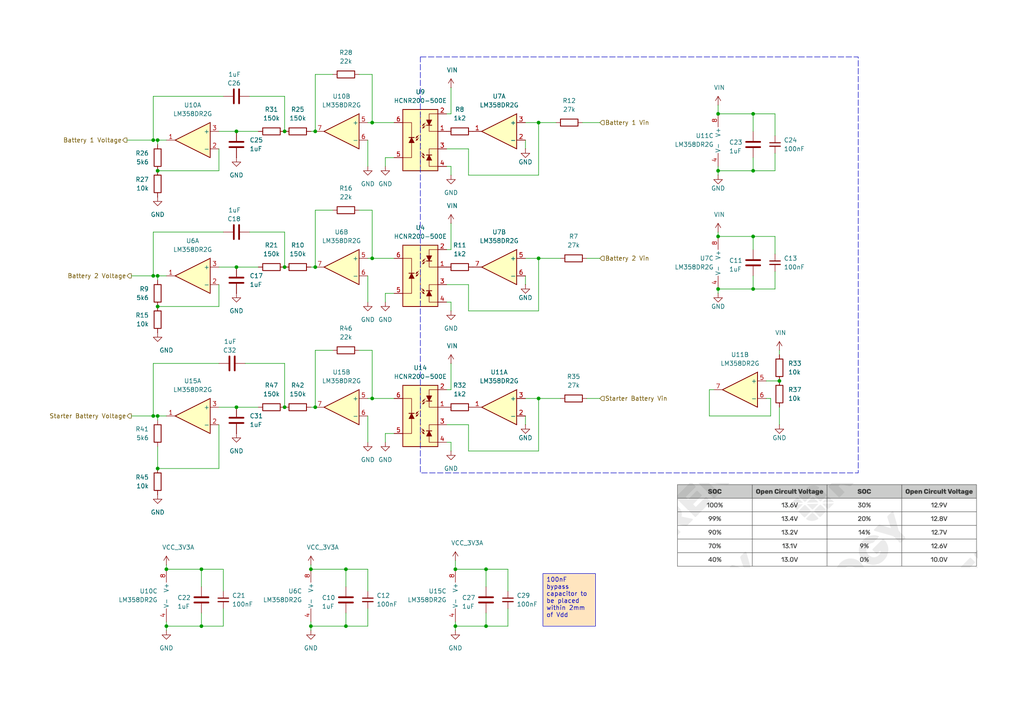
<source format=kicad_sch>
(kicad_sch (version 20250114) (generator "eeschema") (generator_version "9.0")
  (paper "A4")
  (title_block (title "Battery Voltage Management") (date "2025-09-04") (rev "1.0"))
  (lib_symbols
    (symbol "Device:C" (pin_numbers (hide yes)) (pin_names (offset 0.254))
      (property "Reference" "C" (at 0.635 2.54 0))
      (property "Value" "C" (at 0.635 -2.54 0))
      (symbol "C_0_1"
        (polyline (pts (xy -2.032 0.762) (xy 2.032 0.762)) (stroke (width 0.508)))
        (polyline (pts (xy -2.032 -0.762) (xy 2.032 -0.762)) (stroke (width 0.508)))
      )
      (symbol "C_1_1"
        (pin passive line (at 0 3.81 270) (length 2.794) (name "~") (number "1"))
        (pin passive line (at 0 -3.81 90) (length 2.794) (name "~") (number "2"))
      )
    )
    (symbol "Device:C_Small" (pin_numbers (hide yes)) (pin_names (offset 0.254) (hide yes))
      (property "Reference" "C" (at 0.254 1.778 0))
      (property "Value" "C_Small" (at 0.254 -2.032 0))
      (symbol "C_Small_0_1"
        (polyline (pts (xy -1.524 0.508) (xy 1.524 0.508)) (stroke (width 0.3048)))
        (polyline (pts (xy -1.524 -0.508) (xy 1.524 -0.508)) (stroke (width 0.3302)))
      )
      (symbol "C_Small_1_1"
        (pin passive line (at 0 2.54 270) (length 2.032) (name "~") (number "1"))
        (pin passive line (at 0 -2.54 90) (length 2.032) (name "~") (number "2"))
      )
    )
    (symbol "Device:R" (pin_numbers (hide yes)) (pin_names (offset 0))
      (property "Reference" "R" (at 2.032 0 90))
      (property "Value" "R" (at 0 0 90))
      (symbol "R_0_1"
        (rectangle (start -1.016 -2.54) (end 1.016 2.54) (stroke (width 0.254)))
      )
      (symbol "R_1_1"
        (pin passive line (at 0 3.81 270) (length 1.27) (name "~") (number "1"))
        (pin passive line (at 0 -3.81 90) (length 1.27) (name "~") (number "2"))
      )
    )
    (symbol "camper_van:HCNR200" (pin_names (offset 1.016))
      (property "Reference" "U7" (at 0 13.97 0))
      (property "Value" "HCNR200-500E" (at 0 11.43 0))
      (symbol "HCNR200_0_1"
        (rectangle (start -5.08 8.89) (end 5.08 -8.89) (stroke (width 0.254)) (fill (type background)))
        (polyline (pts (xy -5.08 7.62) (xy -2.54 7.62) (xy -2.54 2.54) (xy -5.08 2.54)))
        (polyline (pts (xy -5.08 -2.54) (xy -2.54 -2.54) (xy -2.54 -7.62) (xy -5.08 -7.62)))
        (polyline (pts (xy -3.302 5.842) (xy -1.778 5.842) (xy -2.54 4.318) (xy -3.302 5.842)) (fill (type outline)))
        (polyline (pts (xy -3.302 -4.318) (xy -1.778 -4.318)) (stroke (width 0.254)))
        (polyline (pts (xy -3.302 -5.842) (xy -2.54 -4.318) (xy -1.778 -5.842) (xy -3.302 -5.842)) (fill (type outline)))
        (polyline (pts (xy -1.778 4.318) (xy -3.302 4.318)) (stroke (width 0.254)))
        (polyline (pts (xy -1.397 4.953) (xy -0.635 4.191)))
        (polyline (pts (xy -1.397 4.191) (xy -0.635 3.429) (xy -0.889 3.937) (xy -1.143 3.683) (xy -0.635 3.429)))
        (polyline (pts (xy -1.143 -4.445) (xy -0.889 -3.937) (xy -0.635 -4.191) (xy -1.143 -4.445)))
        (polyline (pts (xy -0.635 4.191) (xy -0.889 4.699) (xy -1.143 4.445) (xy -0.635 4.191)))
        (polyline (pts (xy -0.381 -3.683) (xy -1.143 -4.445)))
        (polyline (pts (xy -0.381 -4.445) (xy -1.143 -5.207) (xy -0.889 -4.699) (xy -0.635 -4.953) (xy -1.143 -5.207)))
        (polyline (pts (xy 0 8.001) (xy 0 7.366)))
        (polyline (pts (xy 0 6.731) (xy 0 6.096)))
        (polyline (pts (xy 0 5.461) (xy 0 4.826)))
        (polyline (pts (xy 0 4.191) (xy 0 3.556)))
        (polyline (pts (xy 0 2.921) (xy 0 2.286)))
        (polyline (pts (xy 0 1.651) (xy 0 1.016)))
        (polyline (pts (xy 0 0.381) (xy 0 -0.254)))
        (polyline (pts (xy 0 -0.889) (xy 0 -1.524)))
        (polyline (pts (xy 0 -2.159) (xy 0 -2.794)))
        (polyline (pts (xy 0 -3.429) (xy 0 -4.064)))
        (polyline (pts (xy 0 -4.699) (xy 0 -5.334)))
        (polyline (pts (xy 0 -5.969) (xy 0 -6.604)))
        (polyline (pts (xy 0 -7.239) (xy 0 -7.874)))
        (polyline (pts (xy 0.508 1.397) (xy 1.27 0.635)))
        (polyline (pts (xy 0.508 0.635) (xy 1.27 -0.127) (xy 1.016 0.381) (xy 0.762 0.127) (xy 1.27 -0.127)))
        (polyline (pts (xy 1.27 0.635) (xy 1.016 1.143) (xy 0.762 0.889) (xy 1.27 0.635)))
        (polyline (pts (xy 1.778 0.762) (xy 3.302 0.762)) (stroke (width 0.254)))
        (polyline (pts (xy 3.302 -0.762) (xy 1.778 -0.762) (xy 2.54 0.762) (xy 3.302 -0.762)) (fill (type outline)))
        (polyline (pts (xy 5.08 5.08) (xy 2.54 5.08) (xy 2.54 -5.08) (xy 5.08 -5.08)))
      )
      (symbol "HCNR200_1_1"
        (pin passive line (at -7.62 7.62 0) (length 2.54) (name "~") (number "2"))
        (pin passive line (at -7.62 2.54 0) (length 2.54) (name "~") (number "1"))
        (pin passive line (at -7.62 -2.54 0) (length 2.54) (name "~") (number "3"))
        (pin passive line (at -7.62 -7.62 0) (length 2.54) (name "~") (number "4"))
        (pin no_connect line (at 5.08 2.54 180) (length 2.54) (hide yes) (name "NC") (number "7"))
        (pin no_connect line (at 5.08 0 180) (length 2.54) (hide yes) (name "NC") (number "8"))
        (pin passive line (at 7.62 5.08 180) (length 2.54) (name "~") (number "6"))
        (pin passive line (at 7.62 -5.08 180) (length 2.54) (name "~") (number "5"))
      )
    )
    (symbol "camper_van:LM358DR2G" (pin_names (offset 0.127))
      (property "Reference" "U" (at 0 5.08 0))
      (property "Value" "LM358DR2G" (at 0 -5.08 0))
      (symbol "LM358DR2G_1_1"
        (polyline (pts (xy -5.08 5.08) (xy 5.08 0) (xy -5.08 -5.08) (xy -5.08 5.08)) (stroke (width 0.254)) (fill (type background)))
        (pin input line (at -7.62 2.54 0) (length 2.54) (name "+") (number "3"))
        (pin input line (at -7.62 -2.54 0) (length 2.54) (name "-") (number "2"))
        (pin output line (at 7.62 0 180) (length 2.54) (name "~") (number "1"))
      )
      (symbol "LM358DR2G_2_1"
        (polyline (pts (xy -5.08 5.08) (xy 5.08 0) (xy -5.08 -5.08) (xy -5.08 5.08)) (stroke (width 0.254)) (fill (type background)))
        (pin input line (at -7.62 2.54 0) (length 2.54) (name "+") (number "5"))
        (pin input line (at -7.62 -2.54 0) (length 2.54) (name "-") (number "6"))
        (pin output line (at 7.62 0 180) (length 2.54) (name "~") (number "7"))
      )
      (symbol "LM358DR2G_3_1"
        (pin power_in line (at -2.54 7.62 270) (length 3.81) (name "V+") (number "8"))
        (pin power_in line (at -2.54 -7.62 90) (length 3.81) (name "V-") (number "4"))
      )
    )
    (symbol "power:+5V" (power) (pin_numbers (hide yes)) (pin_names (offset 0) (hide yes))
      (property "Value" "+5V" (at 0 3.556 0))
      (symbol "+5V_0_1"
        (polyline (pts (xy -0.762 1.27) (xy 0 2.54)))
        (polyline (pts (xy 0 2.54) (xy 0.762 1.27)))
        (polyline (pts (xy 0 0) (xy 0 2.54)))
      )
      (symbol "+5V_1_1"
        (pin power_in line (at 0 0 90) (length 0) (name "~") (number "1"))
      )
    )
    (symbol "power:GND" (power) (pin_numbers (hide yes)) (pin_names (offset 0) (hide yes))
      (property "Value" "GND" (at 0 -3.81 0))
      (symbol "GND_0_1"
        (polyline (pts (xy 0 0) (xy 0 -1.27) (xy 1.27 -1.27) (xy 0 -2.54) (xy -1.27 -1.27) (xy 0 -1.27)))
      )
      (symbol "GND_1_1"
        (pin power_in line (at 0 0 270) (length 0) (name "~") (number "1"))
      )
    )
  )
  (rectangle (start 121.92 16.51) (end 248.92 137.16) (stroke (width 0) (type dash)))
  (text_box "100nF bypass capacitor to be placed within 2mm of Vdd" (at 157.48 166.37 0) (size 15.24 15.24) (margins 0.9525 0.9525 0.9525 0.9525) (fill (type color) (color 255 229 191 1)) (effects (font (size 1.27 1.27)) (justify left top)))
  (junction (at 68.58 38.1))
  (junction (at 156.21 115.57))
  (junction (at 45.72 135.89))
  (junction (at 100.33 165.1))
  (junction (at 48.26 165.1))
  (junction (at 45.72 49.53))
  (junction (at 44.45 80.01))
  (junction (at 48.26 181.61))
  (junction (at 218.44 83.82))
  (junction (at 100.33 181.61))
  (junction (at 208.28 33.02))
  (junction (at 208.28 83.82))
  (junction (at 107.95 115.57))
  (junction (at 82.55 77.47))
  (junction (at 218.44 33.02))
  (junction (at 44.45 120.65))
  (junction (at 82.55 38.1))
  (junction (at 218.44 49.53))
  (junction (at 44.45 40.64))
  (junction (at 132.08 165.1))
  (junction (at 45.72 88.9))
  (junction (at 58.42 181.61))
  (junction (at 45.72 40.64))
  (junction (at 140.97 181.61))
  (junction (at 156.21 74.93))
  (junction (at 156.21 35.56))
  (junction (at 45.72 120.65))
  (junction (at 91.44 77.47))
  (junction (at 90.17 181.61))
  (junction (at 91.44 38.1))
  (junction (at 68.58 118.11))
  (junction (at 107.95 74.93))
  (junction (at 208.28 68.58))
  (junction (at 45.72 80.01))
  (junction (at 208.28 49.53))
  (junction (at 107.95 35.56))
  (junction (at 90.17 165.1))
  (junction (at 68.58 77.47))
  (junction (at 218.44 68.58))
  (junction (at 82.55 118.11))
  (junction (at 58.42 165.1))
  (junction (at 226.06 110.49))
  (junction (at 140.97 165.1))
  (junction (at 132.08 181.61))
  (junction (at 91.44 118.11))
  (wire (pts (xy 168.91 35.56) (xy 173.99 35.56)))
  (wire (pts (xy 45.72 40.64) (xy 45.72 41.91)))
  (wire (pts (xy 156.21 130.81) (xy 156.21 115.57)))
  (wire (pts (xy 48.26 181.61) (xy 58.42 181.61)))
  (wire (pts (xy 64.77 27.94) (xy 44.45 27.94)))
  (wire (pts (xy 58.42 165.1) (xy 58.42 170.18)))
  (wire (pts (xy 129.54 48.26) (xy 130.81 48.26)))
  (wire (pts (xy 91.44 118.11) (xy 91.44 101.6)))
  (wire (pts (xy 156.21 50.8) (xy 156.21 35.56)))
  (wire (pts (xy 107.95 35.56) (xy 114.3 35.56)))
  (wire (pts (xy 130.81 25.4) (xy 130.81 33.02)))
  (wire (pts (xy 170.18 115.57) (xy 173.99 115.57)))
  (wire (pts (xy 100.33 165.1) (xy 106.68 165.1)))
  (wire (pts (xy 156.21 90.17) (xy 156.21 74.93)))
  (wire (pts (xy 48.26 181.61) (xy 48.26 182.88)))
  (wire (pts (xy 218.44 72.39) (xy 218.44 68.58)))
  (wire (pts (xy 38.1 80.01) (xy 44.45 80.01)))
  (wire (pts (xy 38.1 120.65) (xy 44.45 120.65)))
  (wire (pts (xy 223.52 115.57) (xy 222.25 115.57)))
  (wire (pts (xy 48.26 165.1) (xy 58.42 165.1)))
  (wire (pts (xy 48.26 120.65) (xy 45.72 120.65)))
  (wire (pts (xy 45.72 80.01) (xy 44.45 80.01)))
  (wire (pts (xy 208.28 48.26) (xy 208.28 49.53)))
  (wire (pts (xy 106.68 80.01) (xy 106.68 87.63)))
  (wire (pts (xy 82.55 105.41) (xy 82.55 118.11)))
  (wire (pts (xy 106.68 181.61) (xy 100.33 181.61)))
  (wire (pts (xy 44.45 105.41) (xy 44.45 120.65)))
  (wire (pts (xy 135.89 43.18) (xy 135.89 50.8)))
  (wire (pts (xy 91.44 38.1) (xy 91.44 21.59)))
  (wire (pts (xy 208.28 49.53) (xy 208.28 50.8)))
  (wire (pts (xy 208.28 67.31) (xy 208.28 68.58)))
  (wire (pts (xy 63.5 105.41) (xy 44.45 105.41)))
  (wire (pts (xy 48.26 181.61) (xy 48.26 180.34)))
  (wire (pts (xy 129.54 113.03) (xy 130.81 113.03)))
  (wire (pts (xy 224.79 78.74) (xy 224.79 83.82)))
  (wire (pts (xy 111.76 125.73) (xy 111.76 128.27)))
  (wire (pts (xy 130.81 105.41) (xy 130.81 113.03)))
  (wire (pts (xy 224.79 44.45) (xy 224.79 49.53)))
  (wire (pts (xy 223.52 120.65) (xy 223.52 115.57)))
  (wire (pts (xy 152.4 82.55) (xy 152.4 80.01)))
  (wire (pts (xy 218.44 68.58) (xy 224.79 68.58)))
  (wire (pts (xy 90.17 38.1) (xy 91.44 38.1)))
  (wire (pts (xy 147.32 176.53) (xy 147.32 181.61)))
  (wire (pts (xy 205.74 120.65) (xy 223.52 120.65)))
  (wire (pts (xy 135.89 130.81) (xy 156.21 130.81)))
  (wire (pts (xy 111.76 45.72) (xy 111.76 48.26)))
  (wire (pts (xy 48.26 163.83) (xy 48.26 165.1)))
  (wire (pts (xy 156.21 74.93) (xy 162.56 74.93)))
  (wire (pts (xy 64.77 181.61) (xy 58.42 181.61)))
  (wire (pts (xy 130.81 87.63) (xy 130.81 90.17)))
  (wire (pts (xy 90.17 181.61) (xy 90.17 180.34)))
  (wire (pts (xy 152.4 43.18) (xy 152.4 40.64)))
  (wire (pts (xy 44.45 67.31) (xy 44.45 80.01)))
  (wire (pts (xy 205.74 113.03) (xy 205.74 120.65)))
  (wire (pts (xy 140.97 165.1) (xy 140.97 170.18)))
  (wire (pts (xy 208.28 33.02) (xy 218.44 33.02)))
  (wire (pts (xy 135.89 90.17) (xy 156.21 90.17)))
  (wire (pts (xy 58.42 165.1) (xy 64.77 165.1)))
  (wire (pts (xy 135.89 82.55) (xy 135.89 90.17)))
  (wire (pts (xy 129.54 72.39) (xy 130.81 72.39)))
  (wire (pts (xy 90.17 181.61) (xy 100.33 181.61)))
  (wire (pts (xy 90.17 163.83) (xy 90.17 165.1)))
  (wire (pts (xy 91.44 77.47) (xy 90.17 77.47)))
  (wire (pts (xy 63.5 38.1) (xy 68.58 38.1)))
  (wire (pts (xy 82.55 67.31) (xy 82.55 77.47)))
  (wire (pts (xy 68.58 118.11) (xy 74.93 118.11)))
  (wire (pts (xy 224.79 73.66) (xy 224.79 68.58)))
  (wire (pts (xy 90.17 165.1) (xy 100.33 165.1)))
  (wire (pts (xy 107.95 21.59) (xy 107.95 35.56)))
  (wire (pts (xy 129.54 33.02) (xy 130.81 33.02)))
  (wire (pts (xy 140.97 165.1) (xy 147.32 165.1)))
  (wire (pts (xy 68.58 38.1) (xy 74.93 38.1)))
  (wire (pts (xy 130.81 64.77) (xy 130.81 72.39)))
  (wire (pts (xy 104.14 60.96) (xy 107.95 60.96)))
  (wire (pts (xy 58.42 177.8) (xy 58.42 181.61)))
  (wire (pts (xy 226.06 118.11) (xy 226.06 123.19)))
  (wire (pts (xy 152.4 123.19) (xy 152.4 120.65)))
  (wire (pts (xy 111.76 85.09) (xy 111.76 87.63)))
  (wire (pts (xy 104.14 21.59) (xy 107.95 21.59)))
  (wire (pts (xy 129.54 128.27) (xy 130.81 128.27)))
  (wire (pts (xy 107.95 74.93) (xy 114.3 74.93)))
  (wire (pts (xy 208.28 30.48) (xy 208.28 33.02)))
  (wire (pts (xy 48.26 40.64) (xy 45.72 40.64)))
  (wire (pts (xy 100.33 177.8) (xy 100.33 181.61)))
  (wire (pts (xy 132.08 181.61) (xy 132.08 182.88)))
  (wire (pts (xy 170.18 74.93) (xy 173.99 74.93)))
  (wire (pts (xy 36.83 40.64) (xy 44.45 40.64)))
  (wire (pts (xy 45.72 80.01) (xy 45.72 81.28)))
  (wire (pts (xy 45.72 120.65) (xy 45.72 121.92)))
  (wire (pts (xy 100.33 165.1) (xy 100.33 170.18)))
  (wire (pts (xy 63.5 49.53) (xy 45.72 49.53)))
  (wire (pts (xy 132.08 165.1) (xy 140.97 165.1)))
  (wire (pts (xy 152.4 115.57) (xy 156.21 115.57)))
  (wire (pts (xy 129.54 82.55) (xy 135.89 82.55)))
  (wire (pts (xy 44.45 120.65) (xy 45.72 120.65)))
  (wire (pts (xy 63.5 43.18) (xy 63.5 49.53)))
  (wire (pts (xy 44.45 27.94) (xy 44.45 40.64)))
  (wire (pts (xy 114.3 115.57) (xy 107.95 115.57)))
  (wire (pts (xy 45.72 135.89) (xy 45.72 129.54)))
  (wire (pts (xy 226.06 101.6) (xy 226.06 102.87)))
  (wire (pts (xy 207.01 113.03) (xy 205.74 113.03)))
  (wire (pts (xy 135.89 123.19) (xy 135.89 130.81)))
  (wire (pts (xy 91.44 77.47) (xy 91.44 60.96)))
  (wire (pts (xy 91.44 118.11) (xy 90.17 118.11)))
  (wire (pts (xy 129.54 87.63) (xy 130.81 87.63)))
  (wire (pts (xy 156.21 74.93) (xy 152.4 74.93)))
  (wire (pts (xy 107.95 115.57) (xy 106.68 115.57)))
  (wire (pts (xy 48.26 80.01) (xy 45.72 80.01)))
  (wire (pts (xy 129.54 43.18) (xy 135.89 43.18)))
  (wire (pts (xy 156.21 35.56) (xy 152.4 35.56)))
  (wire (pts (xy 218.44 33.02) (xy 224.79 33.02)))
  (wire (pts (xy 147.32 171.45) (xy 147.32 165.1)))
  (wire (pts (xy 140.97 177.8) (xy 140.97 181.61)))
  (wire (pts (xy 72.39 27.94) (xy 82.55 27.94)))
  (wire (pts (xy 208.28 68.58) (xy 218.44 68.58)))
  (wire (pts (xy 104.14 101.6) (xy 107.95 101.6)))
  (wire (pts (xy 64.77 171.45) (xy 64.77 165.1)))
  (wire (pts (xy 107.95 74.93) (xy 106.68 74.93)))
  (wire (pts (xy 132.08 181.61) (xy 140.97 181.61)))
  (wire (pts (xy 132.08 162.56) (xy 132.08 165.1)))
  (wire (pts (xy 107.95 101.6) (xy 107.95 115.57)))
  (wire (pts (xy 63.5 135.89) (xy 45.72 135.89)))
  (wire (pts (xy 156.21 115.57) (xy 162.56 115.57)))
  (wire (pts (xy 63.5 82.55) (xy 63.5 88.9)))
  (wire (pts (xy 130.81 48.26) (xy 130.81 50.8)))
  (wire (pts (xy 91.44 21.59) (xy 96.52 21.59)))
  (wire (pts (xy 208.28 83.82) (xy 218.44 83.82)))
  (wire (pts (xy 129.54 123.19) (xy 135.89 123.19)))
  (wire (pts (xy 64.77 67.31) (xy 44.45 67.31)))
  (wire (pts (xy 82.55 27.94) (xy 82.55 38.1)))
  (wire (pts (xy 107.95 60.96) (xy 107.95 74.93)))
  (wire (pts (xy 91.44 101.6) (xy 96.52 101.6)))
  (wire (pts (xy 106.68 40.64) (xy 106.68 48.26)))
  (wire (pts (xy 68.58 77.47) (xy 74.93 77.47)))
  (wire (pts (xy 114.3 85.09) (xy 111.76 85.09)))
  (wire (pts (xy 64.77 176.53) (xy 64.77 181.61)))
  (wire (pts (xy 106.68 171.45) (xy 106.68 165.1)))
  (wire (pts (xy 107.95 35.56) (xy 106.68 35.56)))
  (wire (pts (xy 90.17 181.61) (xy 90.17 182.88)))
  (wire (pts (xy 224.79 39.37) (xy 224.79 33.02)))
  (wire (pts (xy 130.81 128.27) (xy 130.81 130.81)))
  (wire (pts (xy 224.79 49.53) (xy 218.44 49.53)))
  (wire (pts (xy 63.5 88.9) (xy 45.72 88.9)))
  (wire (pts (xy 71.12 105.41) (xy 82.55 105.41)))
  (wire (pts (xy 63.5 118.11) (xy 68.58 118.11)))
  (wire (pts (xy 218.44 33.02) (xy 218.44 38.1)))
  (wire (pts (xy 44.45 40.64) (xy 45.72 40.64)))
  (wire (pts (xy 135.89 50.8) (xy 156.21 50.8)))
  (wire (pts (xy 132.08 180.34) (xy 132.08 181.61)))
  (wire (pts (xy 63.5 77.47) (xy 68.58 77.47)))
  (wire (pts (xy 222.25 110.49) (xy 226.06 110.49)))
  (wire (pts (xy 224.79 83.82) (xy 218.44 83.82)))
  (wire (pts (xy 106.68 120.65) (xy 106.68 128.27)))
  (wire (pts (xy 156.21 35.56) (xy 161.29 35.56)))
  (wire (pts (xy 147.32 181.61) (xy 140.97 181.61)))
  (wire (pts (xy 106.68 176.53) (xy 106.68 181.61)))
  (wire (pts (xy 208.28 83.82) (xy 208.28 85.09)))
  (wire (pts (xy 218.44 83.82) (xy 218.44 80.01)))
  (wire (pts (xy 218.44 45.72) (xy 218.44 49.53)))
  (wire (pts (xy 72.39 67.31) (xy 82.55 67.31)))
  (wire (pts (xy 91.44 60.96) (xy 96.52 60.96)))
  (wire (pts (xy 114.3 125.73) (xy 111.76 125.73)))
  (wire (pts (xy 63.5 123.19) (xy 63.5 135.89)))
  (wire (pts (xy 114.3 45.72) (xy 111.76 45.72)))
  (wire (pts (xy 208.28 49.53) (xy 218.44 49.53)))
  (image (at 240.03 152.4) (scale 0.361891))
  (hierarchical_label "Starter Battery Vin" (shape input) (at 173.99 115.57 0) (effects (font (thickness 0.1588))))
  (hierarchical_label "Starter Battery Voltage" (shape output) (at 38.1 120.65 180) (effects (font (thickness 0.1588))))
  (hierarchical_label "Battery 1 Vin" (shape input) (at 173.99 35.56 0) (effects (font (thickness 0.1588))))
  (hierarchical_label "Battery 1 Voltage" (shape output) (at 36.83 40.64 180) (effects (font (thickness 0.1588))))
  (hierarchical_label "Battery 2 Voltage" (shape output) (at 38.1 80.01 180) (effects (font (thickness 0.1588))))
  (hierarchical_label "Battery 2 Vin" (shape input) (at 173.99 74.93 0) (effects (font (thickness 0.1588))))
  (symbol (lib_id "power:GND") (at 90.17 182.88 0) (mirror y) (unit 1)
    (property "Reference" "#PWR053" (effects (hide yes)))
    (property "Value" "GND" (at 90.17 187.96 0))
    (property "Description" "Power symbol creates a global label with name \"GND\" , ground" (effects (hide yes)))
  )
  (symbol (lib_id "power:GND") (at 130.81 50.8 0) (unit 1)
    (property "Reference" "#PWR061" (effects (hide yes)))
    (property "Value" "GND" (at 130.81 55.88 0))
    (property "Description" "Power symbol creates a global label with name \"GND\" , ground" (effects (hide yes)))
  )
  (symbol (lib_id "power:GND") (at 68.58 45.72 0) (mirror y) (unit 1)
    (property "Reference" "#PWR049" (effects (hide yes)))
    (property "Value" "GND" (at 68.58 50.8 0))
    (property "Description" "Power symbol creates a global label with name \"GND\" , ground" (effects (hide yes)))
  )
  (symbol (lib_id "power:+5V") (at 130.81 25.4 0) (unit 1)
    (property "Reference" "#PWR060" (effects (hide yes)))
    (property "Value" "VIN" (at 129.54 20.32 0) (effects (justify left)))
    (property "Description" "Power symbol creates a global label with name \"+5V\"" (effects (hide yes)))
  )
  (symbol (lib_id "Device:R") (at 45.72 139.7 0) (mirror y) (unit 1)
    (property "Reference" "R45" (at 43.18 138.4299 0) (effects (justify left)))
    (property "Value" "10k" (at 43.18 140.9699 0) (effects (justify left)))
    (property "Footprint" "Resistor_SMD:R_0603_1608Metric" (effects (hide yes)))
    (property "Description" "Resistor" (effects (hide yes)))
    (property "LCSC PN" "C25804" (effects (hide yes)))
    (property "Extended" "B" (effects (hide yes)))
  )
  (symbol (lib_id "power:GND") (at 106.68 87.63 0) (mirror y) (unit 1)
    (property "Reference" "#PWR055" (effects (hide yes)))
    (property "Value" "GND" (at 106.68 92.71 0))
    (property "Description" "Power symbol creates a global label with name \"GND\" , ground" (effects (hide yes)))
  )
  (symbol (lib_id "camper_van:HCNR200") (at 121.92 120.65 0) (mirror y) (unit 1)
    (property "Reference" "U14" (at 121.92 106.68 0))
    (property "Value" "HCNR200-500E" (at 121.92 109.22 0))
    (property "Footprint" "Package_SO:SOP-8_3.76x4.96mm_P1.27mm" (effects (hide yes)))
    (property "Datasheet" "https://docs.broadcom.com/doc/HCNR200-HCNR201-High-Linearity-Analog-Optocouplers-DS" (effects (hide yes)))
    (property "Description" "Isolated Linear Photocoupler, High Gain, Wideband, DIP8/SMD-DIP8" (effects (hide yes)))
    (property "LCSC PN" "C23785" (effects (hide yes)))
    (property "Extended" "E" (effects (hide yes)))
  )
  (symbol (lib_id "camper_van:LM358DR2G") (at 210.82 40.64 0) (unit 3)
    (property "Reference" "U11" (at 207.01 39.3699 0) (effects (justify right)))
    (property "Value" "LM358DR2G" (at 207.01 41.9099 0) (effects (justify right)))
    (property "Footprint" "Package_SO:OnSemi_Micro8" (effects (hide yes)))
    (property "Datasheet" "http://www.ti.com/lit/ds/symlink/lm2904-n.pdf" (effects (hide yes)))
    (property "Description" "Low-Power, Dual Operational Amplifiers, SOIC-8" (effects (hide yes)))
    (property "LCSC PN" "C7950" (effects (hide yes)))
    (property "Extended" "B" (effects (hide yes)))
  )
  (symbol (lib_id "camper_van:LM358DR2G") (at 55.88 80.01 0) (mirror y) (unit 1)
    (property "Reference" "U6" (at 55.88 69.85 0))
    (property "Value" "LM358DR2G" (at 55.88 72.39 0))
    (property "Footprint" "Package_SO:OnSemi_Micro8" (effects (hide yes)))
    (property "Datasheet" "http://www.ti.com/lit/ds/symlink/lm2904-n.pdf" (effects (hide yes)))
    (property "Description" "Low-Power, Dual Operational Amplifiers, SOIC-8" (effects (hide yes)))
    (property "LCSC PN" "C7950" (effects (hide yes)))
    (property "Extended" "B" (effects (hide yes)))
  )
  (symbol (lib_id "power:GND") (at 152.4 123.19 0) (unit 1)
    (property "Reference" "#PWR070" (effects (hide yes)))
    (property "Value" "GND" (at 152.4 127 0))
    (property "Description" "Power symbol creates a global label with name \"GND\" , ground" (effects (hide yes)))
  )
  (symbol (lib_id "Device:R") (at 86.36 38.1 270) (mirror x) (unit 1)
    (property "Reference" "R25" (at 86.36 31.75 90))
    (property "Value" "150k" (at 86.36 34.29 90))
    (property "Footprint" "Resistor_SMD:R_0603_1608Metric" (effects (hide yes)))
    (property "Description" "Resistor" (effects (hide yes)))
    (property "LCSC PN" "C22807" (effects (hide yes)))
    (property "Extended" "B" (effects (hide yes)))
  )
  (symbol (lib_id "camper_van:LM358DR2G") (at 99.06 77.47 0) (mirror y) (unit 2)
    (property "Reference" "U6" (at 99.06 67.31 0))
    (property "Value" "LM358DR2G" (at 99.06 69.85 0))
    (property "Footprint" "Package_SO:OnSemi_Micro8" (effects (hide yes)))
    (property "Datasheet" "http://www.ti.com/lit/ds/symlink/lm2904-n.pdf" (effects (hide yes)))
    (property "Description" "Low-Power, Dual Operational Amplifiers, SOIC-8" (effects (hide yes)))
    (property "LCSC PN" "C7950" (effects (hide yes)))
    (property "Extended" "B" (effects (hide yes)))
  )
  (symbol (lib_id "power:GND") (at 106.68 48.26 0) (mirror y) (unit 1)
    (property "Reference" "#PWR054" (effects (hide yes)))
    (property "Value" "GND" (at 106.68 53.34 0))
    (property "Description" "Power symbol creates a global label with name \"GND\" , ground" (effects (hide yes)))
  )
  (symbol (lib_id "power:GND") (at 48.26 182.88 0) (mirror y) (unit 1)
    (property "Reference" "#PWR045" (effects (hide yes)))
    (property "Value" "GND" (at 48.26 187.96 0))
    (property "Description" "Power symbol creates a global label with name \"GND\" , ground" (effects (hide yes)))
  )
  (symbol (lib_id "Device:R") (at 45.72 45.72 0) (mirror y) (unit 1)
    (property "Reference" "R26" (at 43.18 44.4499 0) (effects (justify left)))
    (property "Value" "5k6" (at 43.18 46.9899 0) (effects (justify left)))
    (property "Footprint" "Resistor_SMD:R_0603_1608Metric" (effects (hide yes)))
    (property "Description" "Resistor" (effects (hide yes)))
    (property "LCSC PN" "C23189" (effects (hide yes)))
    (property "Extended" "B" (effects (hide yes)))
  )
  (symbol (lib_id "Device:C") (at 68.58 41.91 0) (mirror y) (unit 1)
    (property "Reference" "C25" (at 72.39 40.6399 0) (effects (justify right)))
    (property "Value" "1uF" (at 72.39 43.1799 0) (effects (justify right)))
    (property "Footprint" "Capacitor_SMD:C_0805_2012Metric" (effects (hide yes)))
    (property "Description" "Unpolarized capacitor" (effects (hide yes)))
    (property "LCSC PN" "C28323" (effects (hide yes)))
    (property "Extended" "B" (effects (hide yes)))
  )
  (symbol (lib_id "Device:R") (at 166.37 74.93 270) (mirror x) (unit 1)
    (property "Reference" "R7" (at 166.37 68.58 90))
    (property "Value" "27k" (at 166.37 71.12 90))
    (property "Footprint" "Resistor_SMD:R_0603_1608Metric" (effects (hide yes)))
    (property "Description" "Resistor" (effects (hide yes)))
    (property "LCSC PN" "C22967" (effects (hide yes)))
    (property "Extended" "B" (effects (hide yes)))
  )
  (symbol (lib_id "camper_van:LM358DR2G") (at 99.06 118.11 0) (mirror y) (unit 2)
    (property "Reference" "U15" (at 99.06 107.95 0))
    (property "Value" "LM358DR2G" (at 99.06 110.49 0))
    (property "Footprint" "Package_SO:OnSemi_Micro8" (effects (hide yes)))
    (property "Datasheet" "http://www.ti.com/lit/ds/symlink/lm2904-n.pdf" (effects (hide yes)))
    (property "Description" "Low-Power, Dual Operational Amplifiers, SOIC-8" (effects (hide yes)))
    (property "LCSC PN" "C7950" (effects (hide yes)))
    (property "Extended" "B" (effects (hide yes)))
  )
  (symbol (lib_id "Device:R") (at 78.74 38.1 270) (mirror x) (unit 1)
    (property "Reference" "R31" (at 78.74 31.75 90))
    (property "Value" "150k" (at 78.74 34.29 90))
    (property "Footprint" "Resistor_SMD:R_0603_1608Metric" (effects (hide yes)))
    (property "Description" "Resistor" (effects (hide yes)))
    (property "LCSC PN" "C22807" (effects (hide yes)))
    (property "Extended" "B" (effects (hide yes)))
  )
  (symbol (lib_id "camper_van:LM358DR2G") (at 55.88 120.65 0) (mirror y) (unit 1)
    (property "Reference" "U15" (at 55.88 110.49 0))
    (property "Value" "LM358DR2G" (at 55.88 113.03 0))
    (property "Footprint" "Package_SO:OnSemi_Micro8" (effects (hide yes)))
    (property "Datasheet" "http://www.ti.com/lit/ds/symlink/lm2904-n.pdf" (effects (hide yes)))
    (property "Description" "Low-Power, Dual Operational Amplifiers, SOIC-8" (effects (hide yes)))
    (property "LCSC PN" "C7950" (effects (hide yes)))
    (property "Extended" "B" (effects (hide yes)))
  )
  (symbol (lib_id "power:GND") (at 130.81 90.17 0) (unit 1)
    (property "Reference" "#PWR063" (effects (hide yes)))
    (property "Value" "GND" (at 130.81 95.25 0))
    (property "Description" "Power symbol creates a global label with name \"GND\" , ground" (effects (hide yes)))
  )
  (symbol (lib_id "camper_van:LM358DR2G") (at 210.82 76.2 0) (unit 3)
    (property "Reference" "U7" (at 207.01 74.9299 0) (effects (justify right)))
    (property "Value" "LM358DR2G" (at 207.01 77.4699 0) (effects (justify right)))
    (property "Footprint" "Package_SO:OnSemi_Micro8" (effects (hide yes)))
    (property "Datasheet" "http://www.ti.com/lit/ds/symlink/lm2904-n.pdf" (effects (hide yes)))
    (property "Description" "Low-Power, Dual Operational Amplifiers, SOIC-8" (effects (hide yes)))
    (property "LCSC PN" "C7950" (effects (hide yes)))
    (property "Extended" "B" (effects (hide yes)))
  )
  (symbol (lib_id "power:+5V") (at 130.81 105.41 0) (unit 1)
    (property "Reference" "#PWR064" (effects (hide yes)))
    (property "Value" "VIN" (at 129.54 100.33 0) (effects (justify left)))
    (property "Description" "Power symbol creates a global label with name \"+5V\"" (effects (hide yes)))
  )
  (symbol (lib_id "power:+5V") (at 90.17 163.83 0) (unit 1)
    (property "Reference" "#PWR052" (effects (hide yes)))
    (property "Value" "VCC_3V3A" (at 88.9 158.75 0) (effects (justify left)))
    (property "Description" "Power symbol creates a global label with name \"+5V\"" (effects (hide yes)))
  )
  (symbol (lib_id "Device:C_Small") (at 147.32 173.99 0) (unit 1)
    (property "Reference" "C29" (at 149.86 172.7262 0) (effects (justify left)))
    (property "Value" "100nF" (at 149.86 175.2662 0) (effects (justify left)))
    (property "Footprint" "Capacitor_SMD:C_0805_2012Metric" (effects (hide yes)))
    (property "Description" "Unpolarized capacitor, small symbol" (effects (hide yes)))
    (property "LCSC PN" "C28233" (effects (hide yes)))
    (property "Extended" "B" (effects (hide yes)))
  )
  (symbol (lib_id "camper_van:HCNR200") (at 121.92 40.64 0) (mirror y) (unit 1)
    (property "Reference" "U9" (at 121.92 26.67 0))
    (property "Value" "HCNR200-500E" (at 121.92 29.21 0))
    (property "Footprint" "Package_SO:SOP-8_3.76x4.96mm_P1.27mm" (effects (hide yes)))
    (property "Datasheet" "https://docs.broadcom.com/doc/HCNR200-HCNR201-High-Linearity-Analog-Optocouplers-DS" (effects (hide yes)))
    (property "Description" "Isolated Linear Photocoupler, High Gain, Wideband, DIP8/SMD-DIP8" (effects (hide yes)))
    (property "LCSC PN" "C23785" (effects (hide yes)))
    (property "Extended" "E" (effects (hide yes)))
  )
  (symbol (lib_id "power:GND") (at 45.72 57.15 0) (mirror y) (unit 1)
    (property "Reference" "#PWR046" (effects (hide yes)))
    (property "Value" "GND" (at 45.72 62.23 0))
    (property "Description" "Power symbol creates a global label with name \"GND\" , ground" (effects (hide yes)))
  )
  (symbol (lib_id "Device:C_Small") (at 224.79 76.2 0) (unit 1)
    (property "Reference" "C13" (at 227.33 74.9362 0) (effects (justify left)))
    (property "Value" "100nF" (at 227.33 77.4762 0) (effects (justify left)))
    (property "Footprint" "Capacitor_SMD:C_0805_2012Metric" (effects (hide yes)))
    (property "Description" "Unpolarized capacitor, small symbol" (effects (hide yes)))
    (property "LCSC PN" "C28233" (effects (hide yes)))
    (property "Extended" "B" (effects (hide yes)))
  )
  (symbol (lib_id "power:GND") (at 208.28 50.8 0) (unit 1)
    (property "Reference" "#PWR077" (effects (hide yes)))
    (property "Value" "GND" (at 208.28 54.61 0))
    (property "Description" "Power symbol creates a global label with name \"GND\" , ground" (effects (hide yes)))
  )
  (symbol (lib_id "Device:C") (at 68.58 27.94 270) (unit 1)
    (property "Reference" "C26" (at 69.85 24.13 90) (effects (justify right)))
    (property "Value" "1uF" (at 69.85 21.59 90) (effects (justify right)))
    (property "Footprint" "Capacitor_SMD:C_0805_2012Metric" (effects (hide yes)))
    (property "Description" "Unpolarized capacitor" (effects (hide yes)))
    (property "LCSC PN" "C28323" (effects (hide yes)))
    (property "Extended" "B" (effects (hide yes)))
  )
  (symbol (lib_id "Device:C") (at 68.58 67.31 270) (unit 1)
    (property "Reference" "C18" (at 69.85 63.5 90) (effects (justify right)))
    (property "Value" "1uF" (at 69.85 60.96 90) (effects (justify right)))
    (property "Footprint" "Capacitor_SMD:C_0805_2012Metric" (effects (hide yes)))
    (property "Description" "Unpolarized capacitor" (effects (hide yes)))
    (property "LCSC PN" "C28323" (effects (hide yes)))
    (property "Extended" "B" (effects (hide yes)))
  )
  (symbol (lib_id "Device:C_Small") (at 64.77 173.99 0) (unit 1)
    (property "Reference" "C21" (at 67.31 172.7262 0) (effects (justify left)))
    (property "Value" "100nF" (at 67.31 175.2662 0) (effects (justify left)))
    (property "Footprint" "Capacitor_SMD:C_0805_2012Metric" (effects (hide yes)))
    (property "Description" "Unpolarized capacitor, small symbol" (effects (hide yes)))
    (property "LCSC PN" "C28233" (effects (hide yes)))
    (property "Extended" "B" (effects (hide yes)))
  )
  (symbol (lib_id "Device:R") (at 133.35 38.1 270) (mirror x) (unit 1)
    (property "Reference" "R8" (at 133.35 31.75 90))
    (property "Value" "1k2" (at 133.35 34.29 90))
    (property "Footprint" "Resistor_SMD:R_0603_1608Metric" (effects (hide yes)))
    (property "Description" "Resistor" (effects (hide yes)))
    (property "LCSC PN" "C22765" (effects (hide yes)))
    (property "Extended" "B" (effects (hide yes)))
  )
  (symbol (lib_id "power:GND") (at 111.76 48.26 0) (mirror y) (unit 1)
    (property "Reference" "#PWR057" (effects (hide yes)))
    (property "Value" "GND" (at 111.76 53.34 0))
    (property "Description" "Power symbol creates a global label with name \"GND\" , ground" (effects (hide yes)))
  )
  (symbol (lib_id "power:GND") (at 111.76 128.27 0) (mirror y) (unit 1)
    (property "Reference" "#PWR059" (effects (hide yes)))
    (property "Value" "GND" (at 111.76 133.35 0))
    (property "Description" "Power symbol creates a global label with name \"GND\" , ground" (effects (hide yes)))
  )
  (symbol (lib_id "Device:R") (at 133.35 77.47 270) (mirror x) (unit 1)
    (property "Reference" "R11" (at 133.35 71.12 90))
    (property "Value" "1k2" (at 133.35 73.66 90))
    (property "Footprint" "Resistor_SMD:R_0603_1608Metric" (effects (hide yes)))
    (property "Description" "Resistor" (effects (hide yes)))
    (property "LCSC PN" "C22765" (effects (hide yes)))
    (property "Extended" "B" (effects (hide yes)))
  )
  (symbol (lib_id "power:+5V") (at 130.81 64.77 0) (unit 1)
    (property "Reference" "#PWR062" (effects (hide yes)))
    (property "Value" "VIN" (at 129.54 59.69 0) (effects (justify left)))
    (property "Description" "Power symbol creates a global label with name \"+5V\"" (effects (hide yes)))
  )
  (symbol (lib_id "camper_van:LM358DR2G") (at 144.78 77.47 0) (mirror y) (unit 2)
    (property "Reference" "U7" (at 144.78 67.31 0))
    (property "Value" "LM358DR2G" (at 144.78 69.85 0))
    (property "Footprint" "Package_SO:OnSemi_Micro8" (effects (hide yes)))
    (property "Datasheet" "http://www.ti.com/lit/ds/symlink/lm2904-n.pdf" (effects (hide yes)))
    (property "Description" "Low-Power, Dual Operational Amplifiers, SOIC-8" (effects (hide yes)))
    (property "LCSC PN" "C7950" (effects (hide yes)))
    (property "Extended" "B" (effects (hide yes)))
  )
  (symbol (lib_id "camper_van:HCNR200") (at 121.92 80.01 0) (mirror y) (unit 1)
    (property "Reference" "U4" (at 121.92 66.04 0))
    (property "Value" "HCNR200-500E" (at 121.92 68.58 0))
    (property "Footprint" "Package_SO:SOP-8_3.76x4.96mm_P1.27mm" (effects (hide yes)))
    (property "Datasheet" "https://docs.broadcom.com/doc/HCNR200-HCNR201-High-Linearity-Analog-Optocouplers-DS" (effects (hide yes)))
    (property "Description" "Isolated Linear Photocoupler, High Gain, Wideband, DIP8/SMD-DIP8" (effects (hide yes)))
    (property "LCSC PN" "C23785" (effects (hide yes)))
    (property "Extended" "E" (effects (hide yes)))
  )
  (symbol (lib_id "power:GND") (at 130.81 130.81 0) (unit 1)
    (property "Reference" "#PWR065" (effects (hide yes)))
    (property "Value" "GND" (at 130.81 135.89 0))
    (property "Description" "Power symbol creates a global label with name \"GND\" , ground" (effects (hide yes)))
  )
  (symbol (lib_id "Device:R") (at 45.72 85.09 0) (mirror y) (unit 1)
    (property "Reference" "R9" (at 43.18 83.8199 0) (effects (justify left)))
    (property "Value" "5k6" (at 43.18 86.3599 0) (effects (justify left)))
    (property "Footprint" "Resistor_SMD:R_0603_1608Metric" (effects (hide yes)))
    (property "Description" "Resistor" (effects (hide yes)))
    (property "LCSC PN" "C23189" (effects (hide yes)))
    (property "Extended" "B" (effects (hide yes)))
  )
  (symbol (lib_id "Device:R") (at 45.72 53.34 0) (mirror y) (unit 1)
    (property "Reference" "R27" (at 43.18 52.0699 0) (effects (justify left)))
    (property "Value" "10k" (at 43.18 54.6099 0) (effects (justify left)))
    (property "Footprint" "Resistor_SMD:R_0603_1608Metric" (effects (hide yes)))
    (property "Description" "Resistor" (effects (hide yes)))
    (property "LCSC PN" "C25804" (effects (hide yes)))
    (property "Extended" "B" (effects (hide yes)))
  )
  (symbol (lib_id "Device:C") (at 67.31 105.41 270) (unit 1)
    (property "Reference" "C32" (at 68.58 101.6 90) (effects (justify right)))
    (property "Value" "1uF" (at 68.58 99.06 90) (effects (justify right)))
    (property "Footprint" "Capacitor_SMD:C_0805_2012Metric" (effects (hide yes)))
    (property "Description" "Unpolarized capacitor" (effects (hide yes)))
    (property "LCSC PN" "C28323" (effects (hide yes)))
    (property "Extended" "B" (effects (hide yes)))
  )
  (symbol (lib_id "power:GND") (at 226.06 123.19 0) (unit 1)
    (property "Reference" "#PWR075" (effects (hide yes)))
    (property "Value" "GND" (at 226.06 127 0))
    (property "Description" "Power symbol creates a global label with name \"GND\" , ground" (effects (hide yes)))
  )
  (symbol (lib_id "power:GND") (at 111.76 87.63 0) (mirror y) (unit 1)
    (property "Reference" "#PWR058" (effects (hide yes)))
    (property "Value" "GND" (at 111.76 92.71 0))
    (property "Description" "Power symbol creates a global label with name \"GND\" , ground" (effects (hide yes)))
  )
  (symbol (lib_id "power:+5V") (at 48.26 163.83 0) (unit 1)
    (property "Reference" "#PWR044" (effects (hide yes)))
    (property "Value" "VCC_3V3A" (at 46.99 158.75 0) (effects (justify left)))
    (property "Description" "Power symbol creates a global label with name \"+5V\"" (effects (hide yes)))
  )
  (symbol (lib_id "Device:C_Small") (at 106.68 173.99 0) (unit 1)
    (property "Reference" "C12" (at 109.22 172.7262 0) (effects (justify left)))
    (property "Value" "100nF" (at 109.22 175.2662 0) (effects (justify left)))
    (property "Footprint" "Capacitor_SMD:C_0805_2012Metric" (effects (hide yes)))
    (property "Description" "Unpolarized capacitor, small symbol" (effects (hide yes)))
    (property "LCSC PN" "C28233" (effects (hide yes)))
    (property "Extended" "B" (effects (hide yes)))
  )
  (symbol (lib_id "camper_van:LM358DR2G") (at 92.71 172.72 0) (unit 3)
    (property "Reference" "U6" (at 87.63 171.4499 0) (effects (justify right)))
    (property "Value" "LM358DR2G" (at 87.63 173.9899 0) (effects (justify right)))
    (property "Footprint" "Package_SO:OnSemi_Micro8" (effects (hide yes)))
    (property "Datasheet" "http://www.ti.com/lit/ds/symlink/lm2904-n.pdf" (effects (hide yes)))
    (property "Description" "Low-Power, Dual Operational Amplifiers, SOIC-8" (effects (hide yes)))
    (property "LCSC PN" "C7950" (effects (hide yes)))
    (property "Extended" "B" (effects (hide yes)))
  )
  (symbol (lib_id "Device:C") (at 218.44 76.2 0) (unit 1)
    (property "Reference" "C11" (at 211.455 75.565 0) (effects (justify left)))
    (property "Value" "1uF" (at 211.455 78.105 0) (effects (justify left)))
    (property "Footprint" "Capacitor_SMD:C_0805_2012Metric" (effects (hide yes)))
    (property "Description" "Unpolarized capacitor" (effects (hide yes)))
    (property "LCSC PN" "C28323" (effects (hide yes)))
    (property "Extended" "B" (effects (hide yes)))
  )
  (symbol (lib_id "Device:R") (at 100.33 60.96 270) (mirror x) (unit 1)
    (property "Reference" "R16" (at 100.33 54.61 90))
    (property "Value" "22k" (at 100.33 57.15 90))
    (property "Footprint" "Resistor_SMD:R_0603_1608Metric" (effects (hide yes)))
    (property "Description" "Resistor" (effects (hide yes)))
    (property "LCSC PN" "C31850" (effects (hide yes)))
    (property "Extended" "B" (effects (hide yes)))
  )
  (symbol (lib_id "camper_van:LM358DR2G") (at 144.78 38.1 0) (mirror y) (unit 1)
    (property "Reference" "U7" (at 144.78 27.94 0))
    (property "Value" "LM358DR2G" (at 144.78 30.48 0))
    (property "Footprint" "Package_SO:OnSemi_Micro8" (effects (hide yes)))
    (property "Datasheet" "http://www.ti.com/lit/ds/symlink/lm2904-n.pdf" (effects (hide yes)))
    (property "Description" "Low-Power, Dual Operational Amplifiers, SOIC-8" (effects (hide yes)))
    (property "LCSC PN" "C7950" (effects (hide yes)))
    (property "Extended" "B" (effects (hide yes)))
  )
  (symbol (lib_id "power:GND") (at 208.28 85.09 0) (unit 1)
    (property "Reference" "#PWR079" (effects (hide yes)))
    (property "Value" "GND" (at 208.28 88.9 0))
    (property "Description" "Power symbol creates a global label with name \"GND\" , ground" (effects (hide yes)))
  )
  (symbol (lib_id "power:GND") (at 132.08 182.88 0) (mirror y) (unit 1)
    (property "Reference" "#PWR067" (effects (hide yes)))
    (property "Value" "GND" (at 132.08 187.96 0))
    (property "Description" "Power symbol creates a global label with name \"GND\" , ground" (effects (hide yes)))
  )
  (symbol (lib_id "power:GND") (at 45.72 143.51 0) (mirror y) (unit 1)
    (property "Reference" "#PWR048" (effects (hide yes)))
    (property "Value" "GND" (at 45.72 148.59 0))
    (property "Description" "Power symbol creates a global label with name \"GND\" , ground" (effects (hide yes)))
  )
  (symbol (lib_id "Device:R") (at 226.06 106.68 0) (mirror y) (unit 1)
    (property "Reference" "R33" (at 228.6 105.4099 0) (effects (justify right)))
    (property "Value" "10k" (at 228.6 107.9499 0) (effects (justify right)))
    (property "Footprint" "Resistor_SMD:R_0603_1608Metric" (effects (hide yes)))
    (property "Description" "Resistor" (effects (hide yes)))
    (property "LCSC PN" "C25804" (effects (hide yes)))
    (property "Extended" "B" (effects (hide yes)))
  )
  (symbol (lib_id "Device:R") (at 86.36 118.11 270) (mirror x) (unit 1)
    (property "Reference" "R42" (at 86.36 111.76 90))
    (property "Value" "150k" (at 86.36 114.3 90))
    (property "Footprint" "Resistor_SMD:R_0603_1608Metric" (effects (hide yes)))
    (property "Description" "Resistor" (effects (hide yes)))
    (property "LCSC PN" "C22807" (effects (hide yes)))
    (property "Extended" "B" (effects (hide yes)))
  )
  (symbol (lib_id "Device:R") (at 100.33 101.6 270) (mirror x) (unit 1)
    (property "Reference" "R46" (at 100.33 95.25 90))
    (property "Value" "22k" (at 100.33 97.79 90))
    (property "Footprint" "Resistor_SMD:R_0603_1608Metric" (effects (hide yes)))
    (property "Description" "Resistor" (effects (hide yes)))
    (property "LCSC PN" "C31850" (effects (hide yes)))
    (property "Extended" "B" (effects (hide yes)))
  )
  (symbol (lib_id "power:+5V") (at 132.08 162.56 0) (unit 1)
    (property "Reference" "#PWR066" (effects (hide yes)))
    (property "Value" "VCC_3V3A" (at 130.81 157.48 0) (effects (justify left)))
    (property "Description" "Power symbol creates a global label with name \"+5V\"" (effects (hide yes)))
  )
  (symbol (lib_id "power:GND") (at 152.4 43.18 0) (unit 1)
    (property "Reference" "#PWR068" (effects (hide yes)))
    (property "Value" "GND" (at 152.4 46.99 0))
    (property "Description" "Power symbol creates a global label with name \"GND\" , ground" (effects (hide yes)))
  )
  (symbol (lib_id "Device:C") (at 58.42 173.99 0) (unit 1)
    (property "Reference" "C22" (at 51.435 173.355 0) (effects (justify left)))
    (property "Value" "1uF" (at 51.435 175.895 0) (effects (justify left)))
    (property "Footprint" "Capacitor_SMD:C_0805_2012Metric" (effects (hide yes)))
    (property "Description" "Unpolarized capacitor" (effects (hide yes)))
    (property "LCSC PN" "C28323" (effects (hide yes)))
    (property "Extended" "B" (effects (hide yes)))
  )
  (symbol (lib_id "Device:C_Small") (at 224.79 41.91 0) (unit 1)
    (property "Reference" "C24" (at 227.33 40.6462 0) (effects (justify left)))
    (property "Value" "100nF" (at 227.33 43.1862 0) (effects (justify left)))
    (property "Footprint" "Capacitor_SMD:C_0805_2012Metric" (effects (hide yes)))
    (property "Description" "Unpolarized capacitor, small symbol" (effects (hide yes)))
    (property "LCSC PN" "C28233" (effects (hide yes)))
    (property "Extended" "B" (effects (hide yes)))
  )
  (symbol (lib_id "power:+5V") (at 208.28 30.48 0) (unit 1)
    (property "Reference" "#PWR076" (effects (hide yes)))
    (property "Value" "VIN" (at 207.01 25.4 0) (effects (justify left)))
    (property "Description" "Power symbol creates a global label with name \"+5V\"" (effects (hide yes)))
  )
  (symbol (lib_id "power:GND") (at 106.68 128.27 0) (mirror y) (unit 1)
    (property "Reference" "#PWR056" (effects (hide yes)))
    (property "Value" "GND" (at 106.68 133.35 0))
    (property "Description" "Power symbol creates a global label with name \"GND\" , ground" (effects (hide yes)))
  )
  (symbol (lib_id "Device:R") (at 45.72 92.71 0) (mirror y) (unit 1)
    (property "Reference" "R15" (at 43.18 91.4399 0) (effects (justify left)))
    (property "Value" "10k" (at 43.18 93.9799 0) (effects (justify left)))
    (property "Footprint" "Resistor_SMD:R_0603_1608Metric" (effects (hide yes)))
    (property "Description" "Resistor" (effects (hide yes)))
    (property "LCSC PN" "C25804" (effects (hide yes)))
    (property "Extended" "B" (effects (hide yes)))
  )
  (symbol (lib_id "camper_van:LM358DR2G") (at 50.8 172.72 0) (unit 3)
    (property "Reference" "U10" (at 45.72 171.4499 0) (effects (justify right)))
    (property "Value" "LM358DR2G" (at 45.72 173.9899 0) (effects (justify right)))
    (property "Footprint" "Package_SO:OnSemi_Micro8" (effects (hide yes)))
    (property "Datasheet" "http://www.ti.com/lit/ds/symlink/lm2904-n.pdf" (effects (hide yes)))
    (property "Description" "Low-Power, Dual Operational Amplifiers, SOIC-8" (effects (hide yes)))
    (property "LCSC PN" "C7950" (effects (hide yes)))
    (property "Extended" "B" (effects (hide yes)))
  )
  (symbol (lib_id "Device:R") (at 133.35 118.11 270) (mirror x) (unit 1)
    (property "Reference" "R32" (at 133.35 111.76 90))
    (property "Value" "1k2" (at 133.35 114.3 90))
    (property "Footprint" "Resistor_SMD:R_0603_1608Metric" (effects (hide yes)))
    (property "Description" "Resistor" (effects (hide yes)))
    (property "LCSC PN" "C22765" (effects (hide yes)))
    (property "Extended" "B" (effects (hide yes)))
  )
  (symbol (lib_id "Device:R") (at 45.72 125.73 0) (mirror y) (unit 1)
    (property "Reference" "R41" (at 43.18 124.4599 0) (effects (justify left)))
    (property "Value" "5k6" (at 43.18 126.9999 0) (effects (justify left)))
    (property "Footprint" "Resistor_SMD:R_0603_1608Metric" (effects (hide yes)))
    (property "Description" "Resistor" (effects (hide yes)))
    (property "LCSC PN" "C23189" (effects (hide yes)))
    (property "Extended" "B" (effects (hide yes)))
  )
  (symbol (lib_id "Device:R") (at 166.37 115.57 270) (mirror x) (unit 1)
    (property "Reference" "R35" (at 166.37 109.22 90))
    (property "Value" "27k" (at 166.37 111.76 90))
    (property "Footprint" "Resistor_SMD:R_0603_1608Metric" (effects (hide yes)))
    (property "Description" "Resistor" (effects (hide yes)))
    (property "LCSC PN" "C22967" (effects (hide yes)))
    (property "Extended" "B" (effects (hide yes)))
  )
  (symbol (lib_id "camper_van:LM358DR2G") (at 214.63 113.03 0) (mirror y) (unit 2)
    (property "Reference" "U11" (at 214.63 102.87 0))
    (property "Value" "LM358DR2G" (at 214.63 105.41 0))
    (property "Footprint" "Package_SO:OnSemi_Micro8" (effects (hide yes)))
    (property "Datasheet" "http://www.ti.com/lit/ds/symlink/lm2904-n.pdf" (effects (hide yes)))
    (property "Description" "Low-Power, Dual Operational Amplifiers, SOIC-8" (effects (hide yes)))
    (property "LCSC PN" "C7950" (effects (hide yes)))
    (property "Extended" "B" (effects (hide yes)))
  )
  (symbol (lib_id "Device:R") (at 78.74 77.47 270) (mirror x) (unit 1)
    (property "Reference" "R21" (at 78.74 71.12 90))
    (property "Value" "150k" (at 78.74 73.66 90))
    (property "Footprint" "Resistor_SMD:R_0603_1608Metric" (effects (hide yes)))
    (property "Description" "Resistor" (effects (hide yes)))
    (property "LCSC PN" "C22807" (effects (hide yes)))
    (property "Extended" "B" (effects (hide yes)))
  )
  (symbol (lib_id "Device:C") (at 218.44 41.91 0) (unit 1)
    (property "Reference" "C23" (at 211.455 41.275 0) (effects (justify left)))
    (property "Value" "1uF" (at 211.455 43.815 0) (effects (justify left)))
    (property "Footprint" "Capacitor_SMD:C_0805_2012Metric" (effects (hide yes)))
    (property "Description" "Unpolarized capacitor" (effects (hide yes)))
    (property "LCSC PN" "C28323" (effects (hide yes)))
    (property "Extended" "B" (effects (hide yes)))
  )
  (symbol (lib_id "camper_van:LM358DR2G") (at 144.78 118.11 0) (mirror y) (unit 1)
    (property "Reference" "U11" (at 144.78 107.95 0))
    (property "Value" "LM358DR2G" (at 144.78 110.49 0))
    (property "Footprint" "Package_SO:OnSemi_Micro8" (effects (hide yes)))
    (property "Datasheet" "http://www.ti.com/lit/ds/symlink/lm2904-n.pdf" (effects (hide yes)))
    (property "Description" "Low-Power, Dual Operational Amplifiers, SOIC-8" (effects (hide yes)))
    (property "LCSC PN" "C7950" (effects (hide yes)))
    (property "Extended" "B" (effects (hide yes)))
  )
  (symbol (lib_id "Device:C") (at 68.58 81.28 0) (mirror y) (unit 1)
    (property "Reference" "C17" (at 72.39 80.0099 0) (effects (justify right)))
    (property "Value" "1uF" (at 72.39 82.5499 0) (effects (justify right)))
    (property "Footprint" "Capacitor_SMD:C_0805_2012Metric" (effects (hide yes)))
    (property "Description" "Unpolarized capacitor" (effects (hide yes)))
    (property "LCSC PN" "C28323" (effects (hide yes)))
    (property "Extended" "B" (effects (hide yes)))
  )
  (symbol (lib_id "camper_van:LM358DR2G") (at 99.06 38.1 0) (mirror y) (unit 2)
    (property "Reference" "U10" (at 99.06 27.94 0))
    (property "Value" "LM358DR2G" (at 99.06 30.48 0))
    (property "Footprint" "Package_SO:OnSemi_Micro8" (effects (hide yes)))
    (property "Datasheet" "http://www.ti.com/lit/ds/symlink/lm2904-n.pdf" (effects (hide yes)))
    (property "Description" "Low-Power, Dual Operational Amplifiers, SOIC-8" (effects (hide yes)))
    (property "LCSC PN" "C7950" (effects (hide yes)))
    (property "Extended" "B" (effects (hide yes)))
  )
  (symbol (lib_id "Device:C") (at 68.58 121.92 0) (mirror y) (unit 1)
    (property "Reference" "C31" (at 72.39 120.6499 0) (effects (justify right)))
    (property "Value" "1uF" (at 72.39 123.1899 0) (effects (justify right)))
    (property "Footprint" "Capacitor_SMD:C_0805_2012Metric" (effects (hide yes)))
    (property "Description" "Unpolarized capacitor" (effects (hide yes)))
    (property "LCSC PN" "C28323" (effects (hide yes)))
    (property "Extended" "B" (effects (hide yes)))
  )
  (symbol (lib_id "Device:R") (at 226.06 114.3 0) (mirror y) (unit 1)
    (property "Reference" "R37" (at 228.6 113.0299 0) (effects (justify right)))
    (property "Value" "10k" (at 228.6 115.5699 0) (effects (justify right)))
    (property "Footprint" "Resistor_SMD:R_0603_1608Metric" (effects (hide yes)))
    (property "Description" "Resistor" (effects (hide yes)))
    (property "LCSC PN" "C25804" (effects (hide yes)))
    (property "Extended" "B" (effects (hide yes)))
  )
  (symbol (lib_id "power:GND") (at 68.58 85.09 0) (mirror y) (unit 1)
    (property "Reference" "#PWR050" (effects (hide yes)))
    (property "Value" "GND" (at 68.58 90.17 0))
    (property "Description" "Power symbol creates a global label with name \"GND\" , ground" (effects (hide yes)))
  )
  (symbol (lib_id "Device:R") (at 78.74 118.11 270) (mirror x) (unit 1)
    (property "Reference" "R47" (at 78.74 111.76 90))
    (property "Value" "150k" (at 78.74 114.3 90))
    (property "Footprint" "Resistor_SMD:R_0603_1608Metric" (effects (hide yes)))
    (property "Description" "Resistor" (effects (hide yes)))
    (property "LCSC PN" "C22807" (effects (hide yes)))
    (property "Extended" "B" (effects (hide yes)))
  )
  (symbol (lib_id "power:GND") (at 68.58 125.73 0) (mirror y) (unit 1)
    (property "Reference" "#PWR051" (effects (hide yes)))
    (property "Value" "GND" (at 68.58 130.81 0))
    (property "Description" "Power symbol creates a global label with name \"GND\" , ground" (effects (hide yes)))
  )
  (symbol (lib_id "power:+5V") (at 226.06 101.6 0) (unit 1)
    (property "Reference" "#PWR074" (effects (hide yes)))
    (property "Value" "VIN" (at 224.79 96.52 0) (effects (justify left)))
    (property "Description" "Power symbol creates a global label with name \"+5V\"" (effects (hide yes)))
  )
  (symbol (lib_id "power:+5V") (at 208.28 67.31 0) (unit 1)
    (property "Reference" "#PWR078" (effects (hide yes)))
    (property "Value" "VIN" (at 207.01 62.23 0) (effects (justify left)))
    (property "Description" "Power symbol creates a global label with name \"+5V\"" (effects (hide yes)))
  )
  (symbol (lib_id "camper_van:LM358DR2G") (at 134.62 172.72 0) (unit 3)
    (property "Reference" "U15" (at 129.54 171.4499 0) (effects (justify right)))
    (property "Value" "LM358DR2G" (at 129.54 173.9899 0) (effects (justify right)))
    (property "Footprint" "Package_SO:OnSemi_Micro8" (effects (hide yes)))
    (property "Datasheet" "http://www.ti.com/lit/ds/symlink/lm2904-n.pdf" (effects (hide yes)))
    (property "Description" "Low-Power, Dual Operational Amplifiers, SOIC-8" (effects (hide yes)))
    (property "LCSC PN" "C7950" (effects (hide yes)))
    (property "Extended" "B" (effects (hide yes)))
  )
  (symbol (lib_id "Device:R") (at 100.33 21.59 270) (mirror x) (unit 1)
    (property "Reference" "R28" (at 100.33 15.24 90))
    (property "Value" "22k" (at 100.33 17.78 90))
    (property "Footprint" "Resistor_SMD:R_0603_1608Metric" (effects (hide yes)))
    (property "Description" "Resistor" (effects (hide yes)))
    (property "LCSC PN" "C31850" (effects (hide yes)))
    (property "Extended" "B" (effects (hide yes)))
  )
  (symbol (lib_id "Device:R") (at 165.1 35.56 270) (mirror x) (unit 1)
    (property "Reference" "R12" (at 165.1 29.21 90))
    (property "Value" "27k" (at 165.1 31.75 90))
    (property "Footprint" "Resistor_SMD:R_0603_1608Metric" (effects (hide yes)))
    (property "Description" "Resistor" (effects (hide yes)))
    (property "LCSC PN" "C22967" (effects (hide yes)))
    (property "Extended" "B" (effects (hide yes)))
  )
  (symbol (lib_id "power:GND") (at 45.72 96.52 0) (mirror y) (unit 1)
    (property "Reference" "#PWR047" (effects (hide yes)))
    (property "Value" "GND" (at 48.26 101.6 0))
    (property "Description" "Power symbol creates a global label with name \"GND\" , ground" (effects (hide yes)))
  )
  (symbol (lib_id "Device:C") (at 140.97 173.99 0) (unit 1)
    (property "Reference" "C27" (at 133.985 173.355 0) (effects (justify left)))
    (property "Value" "1uF" (at 133.985 175.895 0) (effects (justify left)))
    (property "Footprint" "Capacitor_SMD:C_0805_2012Metric" (effects (hide yes)))
    (property "Description" "Unpolarized capacitor" (effects (hide yes)))
    (property "LCSC PN" "C28323" (effects (hide yes)))
    (property "Extended" "B" (effects (hide yes)))
  )
  (symbol (lib_id "Device:C") (at 100.33 173.99 0) (unit 1)
    (property "Reference" "C10" (at 93.345 173.355 0) (effects (justify left)))
    (property "Value" "1uF" (at 93.345 175.895 0) (effects (justify left)))
    (property "Footprint" "Capacitor_SMD:C_0805_2012Metric" (effects (hide yes)))
    (property "Description" "Unpolarized capacitor" (effects (hide yes)))
    (property "LCSC PN" "C28323" (effects (hide yes)))
    (property "Extended" "B" (effects (hide yes)))
  )
  (symbol (lib_id "Device:R") (at 86.36 77.47 270) (mirror x) (unit 1)
    (property "Reference" "R10" (at 86.36 71.12 90))
    (property "Value" "150k" (at 86.36 73.66 90))
    (property "Footprint" "Resistor_SMD:R_0603_1608Metric" (effects (hide yes)))
    (property "Description" "Resistor" (effects (hide yes)))
    (property "LCSC PN" "C22807" (effects (hide yes)))
    (property "Extended" "B" (effects (hide yes)))
  )
  (symbol (lib_id "camper_van:LM358DR2G") (at 55.88 40.64 0) (mirror y) (unit 1)
    (property "Reference" "U10" (at 55.88 30.48 0))
    (property "Value" "LM358DR2G" (at 55.88 33.02 0))
    (property "Footprint" "Package_SO:OnSemi_Micro8" (effects (hide yes)))
    (property "Datasheet" "http://www.ti.com/lit/ds/symlink/lm2904-n.pdf" (effects (hide yes)))
    (property "Description" "Low-Power, Dual Operational Amplifiers, SOIC-8" (effects (hide yes)))
    (property "LCSC PN" "C7950" (effects (hide yes)))
    (property "Extended" "B" (effects (hide yes)))
  )
  (symbol (lib_id "power:GND") (at 152.4 82.55 0) (unit 1)
    (property "Reference" "#PWR069" (effects (hide yes)))
    (property "Value" "GND" (at 152.4 86.36 0))
    (property "Description" "Power symbol creates a global label with name \"GND\" , ground" (effects (hide yes)))
  )
)
</source>
